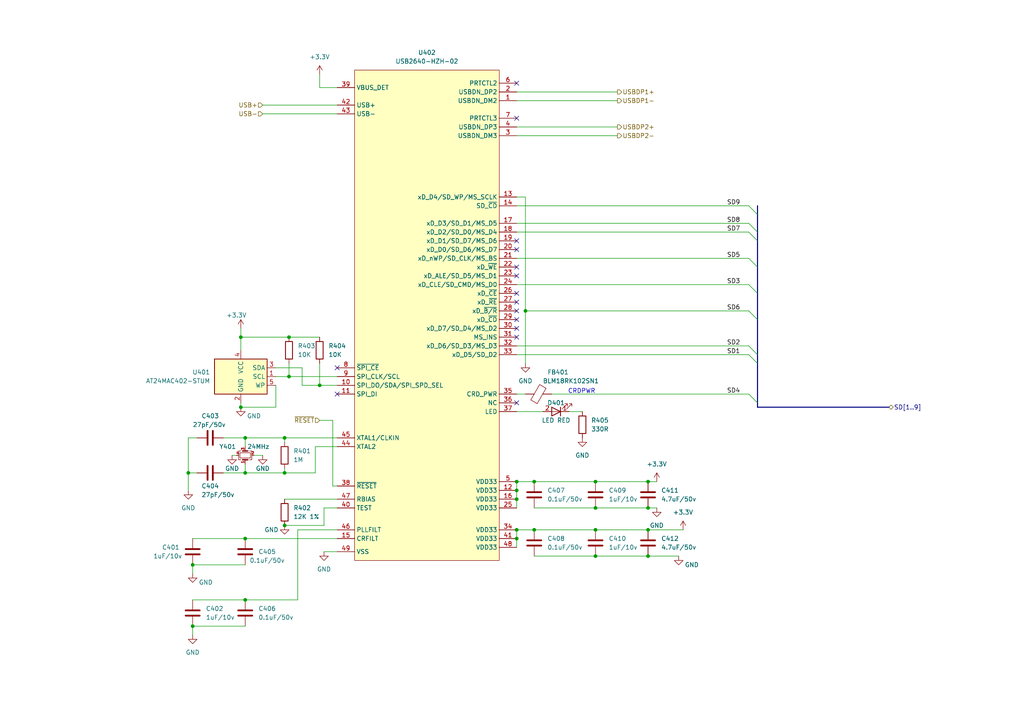
<source format=kicad_sch>
(kicad_sch (version 20230121) (generator eeschema)
  (paper "A4")
  (title_block (title "SDMUX-V4 SDCARD") (date "2023-04-26") (rev "Rev4") (company "HNZ") (comment 1 "Licensed under CC-BY-SA V4.0") (comment 2 "2023 (C) Hiroshi Nakajima <hnakamiru1103@gmail.com>"))
  (lib_symbols
    (symbol "+3.3V_1" (power) (pin_names (offset 0))
      (property "Value" "+3.3V_1" (at 0 3.556 0))
      (symbol "+3.3V_1_0_1"
        (polyline (pts (xy -0.762 1.27) (xy 0 2.54)))
        (polyline (pts (xy 0 0) (xy 0 2.54)))
        (polyline (pts (xy 0 2.54) (xy 0.762 1.27)))
      )
      (symbol "+3.3V_1_1_1"
        (pin power_in line (at 0 0 90) (length 0) hide (name "+3.3V") (number "1"))
      )
    )
    (symbol "+3.3V_2" (power) (pin_names (offset 0))
      (property "Value" "+3.3V_2" (at 0 3.556 0))
      (symbol "+3.3V_2_0_1"
        (polyline (pts (xy -0.762 1.27) (xy 0 2.54)))
        (polyline (pts (xy 0 0) (xy 0 2.54)))
        (polyline (pts (xy 0 2.54) (xy 0.762 1.27)))
      )
      (symbol "+3.3V_2_1_1"
        (pin power_in line (at 0 0 90) (length 0) hide (name "+3.3V") (number "1"))
      )
    )
    (symbol "+3.3V_3" (power) (pin_names (offset 0))
      (property "Value" "+3.3V_3" (at 0 3.556 0))
      (symbol "+3.3V_3_0_1"
        (polyline (pts (xy -0.762 1.27) (xy 0 2.54)))
        (polyline (pts (xy 0 0) (xy 0 2.54)))
        (polyline (pts (xy 0 2.54) (xy 0.762 1.27)))
      )
      (symbol "+3.3V_3_1_1"
        (pin power_in line (at 0 0 90) (length 0) hide (name "+3.3V") (number "1"))
      )
    )
    (symbol "Device:C" (pin_numbers hide) (pin_names (offset 0.254))
      (property "Reference" "C" (at 0.635 2.54 0))
      (property "Value" "C" (at 0.635 -2.54 0))
      (symbol "C_0_1"
        (polyline (pts (xy -2.032 -0.762) (xy 2.032 -0.762)) (stroke (width 0.508)))
        (polyline (pts (xy -2.032 0.762) (xy 2.032 0.762)) (stroke (width 0.508)))
      )
      (symbol "C_1_1"
        (pin passive line (at 0 3.81 270) (length 2.794) (name "~") (number "1"))
        (pin passive line (at 0 -3.81 90) (length 2.794) (name "~") (number "2"))
      )
    )
    (symbol "Device:FerriteBead" (pin_numbers hide) (pin_names (offset 0))
      (property "Reference" "FB" (at -3.81 0.635 90))
      (property "Value" "FerriteBead" (at 3.81 0 90))
      (symbol "FerriteBead_0_1"
        (polyline (pts (xy 0 -1.27) (xy 0 -1.2192)))
        (polyline (pts (xy 0 1.27) (xy 0 1.2954)))
        (polyline (pts (xy -2.7686 0.4064) (xy -1.7018 2.2606) (xy 2.7686 -0.3048) (xy 1.6764 -2.159) (xy -2.7686 0.4064)))
      )
      (symbol "FerriteBead_1_1"
        (pin passive line (at 0 3.81 270) (length 2.54) (name "~") (number "1"))
        (pin passive line (at 0 -3.81 90) (length 2.54) (name "~") (number "2"))
      )
    )
    (symbol "Device:LED" (pin_names (offset 1.016) hide)
      (property "Reference" "D" (at 0 2.54 0))
      (property "Value" "LED" (at 0 -2.54 0))
      (symbol "LED_0_1"
        (polyline (pts (xy -1.27 -1.27) (xy -1.27 1.27)) (stroke (width 0.254)))
        (polyline (pts (xy -1.27 0) (xy 1.27 0)))
        (polyline (pts (xy 1.27 -1.27) (xy 1.27 1.27) (xy -1.27 0) (xy 1.27 -1.27)) (stroke (width 0.254)))
        (polyline (pts (xy -3.048 -0.762) (xy -4.572 -2.286) (xy -3.81 -2.286) (xy -4.572 -2.286) (xy -4.572 -1.524)))
        (polyline (pts (xy -1.778 -0.762) (xy -3.302 -2.286) (xy -2.54 -2.286) (xy -3.302 -2.286) (xy -3.302 -1.524)))
      )
      (symbol "LED_1_1"
        (pin passive line (at -3.81 0 0) (length 2.54) (name "K") (number "1"))
        (pin passive line (at 3.81 0 180) (length 2.54) (name "A") (number "2"))
      )
    )
    (symbol "Device:R" (pin_numbers hide) (pin_names (offset 0))
      (property "Reference" "R" (at 2.032 0 90))
      (property "Value" "R" (at 0 0 90))
      (symbol "R_0_1"
        (rectangle (start -1.016 -2.54) (end 1.016 2.54) (stroke (width 0.254)))
      )
      (symbol "R_1_1"
        (pin passive line (at 0 3.81 270) (length 1.27) (name "~") (number "1"))
        (pin passive line (at 0 -3.81 90) (length 1.27) (name "~") (number "2"))
      )
    )
    (symbol "power:+3.3V" (power) (pin_numbers hide) (pin_names (offset 0) hide)
      (property "Value" "+3.3V" (at 0 3.556 0))
      (symbol "+3.3V_0_1"
        (polyline (pts (xy -0.762 1.27) (xy 0 2.54)))
        (polyline (pts (xy 0 0) (xy 0 2.54)))
        (polyline (pts (xy 0 2.54) (xy 0.762 1.27)))
      )
      (symbol "+3.3V_1_1"
        (pin power_in line (at 0 0 90) (length 0) hide (name "+3.3V") (number "1"))
      )
    )
    (symbol "power:GND" (power) (pin_numbers hide) (pin_names (offset 0) hide)
      (property "Value" "GND" (at 0 -3.81 0))
      (symbol "GND_0_1"
        (polyline (pts (xy 0 0) (xy 0 -1.27) (xy 1.27 -1.27) (xy 0 -2.54) (xy -1.27 -1.27) (xy 0 -1.27)))
      )
      (symbol "GND_1_1"
        (pin power_in line (at 0 0 270) (length 0) hide (name "GND") (number "1"))
      )
    )
    (symbol "tbctl:AT24MAC402-STUM"
      (property "Reference" "U" (at -7.62 6.35 0))
      (property "Value" "AT24MAC402-STUM" (at 2.54 -6.35 0))
      (symbol "AT24MAC402-STUM_1_1"
        (rectangle (start -7.62 5.08) (end 7.62 -5.08) (stroke (width 0.254)) (fill (type background)))
        (pin input line (at 10.16 0 180) (length 2.54) (name "SCL") (number "1"))
        (pin power_in line (at 0 -7.62 90) (length 2.54) (name "GND") (number "2"))
        (pin bidirectional line (at 10.16 2.54 180) (length 2.54) (name "SDA") (number "3"))
        (pin power_in line (at 0 7.62 270) (length 2.54) (name "VCC") (number "4"))
        (pin input line (at 10.16 -2.54 180) (length 2.54) (name "WP") (number "5"))
      )
    )
    (symbol "tbctl:Crystal SMD 24MHz 2.0x1.6" (pin_names (offset 1.016) hide)
      (property "Reference" "Y" (at 1.27 4.445 0))
      (property "Value" "Crystal SMD 24MHz 2.0x1.6" (at 1.27 2.54 0))
      (symbol "Crystal SMD 24MHz 2.0x1.6_0_1"
        (rectangle (start -0.762 -1.524) (end 0.762 1.524))
        (polyline (pts (xy -1.27 -0.762) (xy -1.27 0.762)) (stroke (width 0.381)))
        (polyline (pts (xy 1.27 -0.762) (xy 1.27 0.762)) (stroke (width 0.381)))
        (polyline (pts (xy -1.27 -1.27) (xy -1.27 -1.905) (xy 1.27 -1.905) (xy 1.27 -1.27)))
        (polyline (pts (xy -1.27 1.27) (xy -1.27 1.905) (xy 1.27 1.905) (xy 1.27 1.27)))
      )
      (symbol "Crystal SMD 24MHz 2.0x1.6_1_1"
        (pin passive line (at -2.54 0 0) (length 1.27) (name "1") (number "1"))
        (pin passive line (at 0 -2.54 90) (length 0.635) (name "2") (number "2"))
        (pin passive line (at 2.54 0 180) (length 1.27) (name "3") (number "3"))
        (pin passive line (at 0 2.54 270) (length 0.635) (name "4") (number "4"))
      )
    )
    (symbol "tbctl:USB2640-HZH-02"
      (property "Reference" "U" (at 0 -2.54 0))
      (property "Value" "USB2640-HZH-02" (at 0 -5.08 0))
      (symbol "USB2640-HZH-02_0_1"
        (rectangle (start -20.32 -6.35) (end 21.59 -148.59) (fill (type background)))
      )
      (symbol "USB2640-HZH-02_1_1"
        (pin passive line (at 26.67 -15.24 180) (length 5.08) (name "USBDN_DM2") (number "1"))
        (pin passive line (at -25.4 -97.79 0) (length 5.08) (name "SPI_DO/SDA/SPI_SPD_SEL") (number "10"))
        (pin passive line (at -25.4 -100.33 0) (length 5.08) (name "SPI_DI") (number "11"))
        (pin power_in line (at 26.67 -128.27 180) (length 5.08) (name "VDD33") (number "12"))
        (pin passive line (at 26.67 -43.18 180) (length 5.08) (name "xD_D4/SD_WP/MS_SCLK") (number "13"))
        (pin input line (at 26.67 -45.72 180) (length 5.08) (name "SD_~{CD}") (number "14"))
        (pin passive line (at -25.4 -142.24 0) (length 5.08) (name "CRFILT") (number "15"))
        (pin power_in line (at 26.67 -130.81 180) (length 5.08) (name "VDD33") (number "16"))
        (pin passive line (at 26.67 -50.8 180) (length 5.08) (name "xD_D3/SD_D1/MS_D5") (number "17"))
        (pin passive line (at 26.67 -53.34 180) (length 5.08) (name "xD_D2/SD_D0/MS_D4") (number "18"))
        (pin passive line (at 26.67 -55.88 180) (length 5.08) (name "xD_D1/SD_D7/MS_D6") (number "19"))
        (pin passive line (at 26.67 -12.7 180) (length 5.08) (name "USBDN_DP2") (number "2"))
        (pin passive line (at 26.67 -58.42 180) (length 5.08) (name "xD_D0/SD_D6/MS_D7") (number "20"))
        (pin passive line (at 26.67 -60.96 180) (length 5.08) (name "xD_nWP/SD_CLK/MS_BS") (number "21"))
        (pin passive line (at 26.67 -63.5 180) (length 5.08) (name "xD_~{WE}") (number "22"))
        (pin passive line (at 26.67 -66.04 180) (length 5.08) (name "xD_ALE/SD_D5/MS_D1") (number "23"))
        (pin passive line (at 26.67 -68.58 180) (length 5.08) (name "xD_CLE/SD_CMD/MS_D0") (number "24"))
        (pin power_in line (at 26.67 -133.35 180) (length 5.08) (name "VDD33") (number "25"))
        (pin passive line (at 26.67 -71.12 180) (length 5.08) (name "xD_~{CE}") (number "26"))
        (pin passive line (at 26.67 -73.66 180) (length 5.08) (name "xD_~{RE}") (number "27"))
        (pin passive line (at 26.67 -76.2 180) (length 5.08) (name "xD_~{B/R}") (number "28"))
        (pin input line (at 26.67 -78.74 180) (length 5.08) (name "xD_~{CD}") (number "29"))
        (pin passive line (at 26.67 -25.4 180) (length 5.08) (name "USBDN_DM3") (number "3"))
        (pin passive line (at 26.67 -81.28 180) (length 5.08) (name "xD_D7/SD_D4/MS_D2") (number "30"))
        (pin passive line (at 26.67 -83.82 180) (length 5.08) (name "MS_INS") (number "31"))
        (pin passive line (at 26.67 -86.36 180) (length 5.08) (name "xD_D6/SD_D3/MS_D3") (number "32"))
        (pin passive line (at 26.67 -88.9 180) (length 5.08) (name "xD_D5/SD_D2") (number "33"))
        (pin power_in line (at 26.67 -139.7 180) (length 5.08) (name "VDD33") (number "34"))
        (pin power_out line (at 26.67 -100.33 180) (length 5.08) (name "CRD_PWR") (number "35"))
        (pin passive line (at 26.67 -102.87 180) (length 5.08) (name "NC") (number "36"))
        (pin output line (at 26.67 -105.41 180) (length 5.08) (name "LED") (number "37"))
        (pin input line (at -25.4 -127 0) (length 5.08) (name "~{RESET}") (number "38"))
        (pin input line (at -25.4 -11.43 0) (length 5.08) (name "VBUS_DET") (number "39"))
        (pin passive line (at 26.67 -22.86 180) (length 5.08) (name "USBDN_DP3") (number "4"))
        (pin input line (at -25.4 -133.35 0) (length 5.08) (name "TEST") (number "40"))
        (pin power_in line (at 26.67 -142.24 180) (length 5.08) (name "VDD33") (number "41"))
        (pin passive line (at -25.4 -16.51 0) (length 5.08) (name "USB+") (number "42"))
        (pin passive line (at -25.4 -19.05 0) (length 5.08) (name "USB-") (number "43"))
        (pin output line (at -25.4 -115.57 0) (length 5.08) (name "XTAL2") (number "44"))
        (pin input line (at -25.4 -113.03 0) (length 5.08) (name "XTAL1/CLKIN") (number "45"))
        (pin passive line (at -25.4 -139.7 0) (length 5.08) (name "PLLFILT") (number "46"))
        (pin input line (at -25.4 -130.81 0) (length 5.08) (name "RBIAS") (number "47"))
        (pin power_in line (at 26.67 -144.78 180) (length 5.08) (name "VDD33") (number "48"))
        (pin power_in line (at -25.4 -146.05 0) (length 5.08) (name "VSS") (number "49"))
        (pin power_in line (at 26.67 -125.73 180) (length 5.08) (name "VDD33") (number "5"))
        (pin passive line (at 26.67 -10.16 180) (length 5.08) (name "PRTCTL2") (number "6"))
        (pin passive line (at 26.67 -20.32 180) (length 5.08) (name "PRTCTL3") (number "7"))
        (pin passive line (at -25.4 -92.71 0) (length 5.08) (name "~{SPI_CE}") (number "8"))
        (pin passive line (at -25.4 -95.25 0) (length 5.08) (name "SPI_CLK/SCL") (number "9"))
      )
    )
  )
  (junction (at 172.72 147.32))
  (junction (at 71.12 137.16))
  (junction (at 69.85 97.79))
  (junction (at 149.86 142.24))
  (junction (at 71.12 173.99))
  (junction (at 82.55 137.16))
  (junction (at 149.86 156.21))
  (junction (at 149.86 153.67))
  (junction (at 187.96 153.67))
  (junction (at 55.88 163.83))
  (junction (at 54.61 137.16))
  (junction (at 82.55 127))
  (junction (at 187.96 139.7))
  (junction (at 149.86 139.7))
  (junction (at 172.72 161.29))
  (junction (at 154.94 153.67))
  (junction (at 83.82 97.79))
  (junction (at 187.96 161.29))
  (junction (at 71.12 156.21))
  (junction (at 149.86 144.78))
  (junction (at 69.85 118.11))
  (junction (at 83.82 109.22))
  (junction (at 71.12 127))
  (junction (at 92.71 111.76))
  (junction (at 82.55 152.4))
  (junction (at 152.4 90.17))
  (junction (at 172.72 153.67))
  (junction (at 55.88 181.61))
  (junction (at 172.72 139.7))
  (junction (at 187.96 147.32))
  (junction (at 154.94 139.7))
  (no_connect (at 97.79 114.3))
  (no_connect (at 149.86 116.84))
  (no_connect (at 149.86 80.01))
  (no_connect (at 149.86 24.13))
  (no_connect (at 149.86 95.25))
  (no_connect (at 149.86 85.09))
  (no_connect (at 149.86 69.85))
  (no_connect (at 149.86 92.71))
  (no_connect (at 149.86 90.17))
  (no_connect (at 149.86 77.47))
  (no_connect (at 149.86 87.63))
  (no_connect (at 149.86 97.79))
  (no_connect (at 149.86 72.39))
  (no_connect (at 149.86 34.29))
  (no_connect (at 97.79 106.68))
  (bus_entry (at 217.17 67.31) (size 2.54 2.54))
  (bus_entry (at 217.17 100.33) (size 2.54 2.54))
  (bus_entry (at 217.17 114.3) (size 2.54 2.54))
  (bus_entry (at 217.17 59.69) (size 2.54 2.54))
  (bus_entry (at 217.17 74.93) (size 2.54 2.54))
  (bus_entry (at 217.17 90.17) (size 2.54 2.54))
  (bus_entry (at 217.17 64.77) (size 2.54 2.54))
  (bus_entry (at 217.17 102.87) (size 2.54 2.54))
  (bus_entry (at 217.17 82.55) (size 2.54 2.54))
  (wire (pts (xy 73.66 132.08) (xy 76.2 132.08)))
  (wire (pts (xy 149.86 153.67) (xy 149.86 156.21)))
  (wire (pts (xy 80.01 118.11) (xy 69.85 118.11)))
  (wire (pts (xy 71.12 137.16) (xy 82.55 137.16)))
  (wire (pts (xy 149.86 139.7) (xy 154.94 139.7)))
  (bus (pts (xy 219.71 92.71) (xy 219.71 102.87)))
  (wire (pts (xy 82.55 137.16) (xy 91.44 137.16)))
  (wire (pts (xy 92.71 121.92) (xy 96.52 121.92)))
  (wire (pts (xy 149.86 36.83) (xy 179.07 36.83)))
  (wire (pts (xy 172.72 147.32) (xy 187.96 147.32)))
  (wire (pts (xy 149.86 29.21) (xy 179.07 29.21)))
  (wire (pts (xy 154.94 161.29) (xy 172.72 161.29)))
  (wire (pts (xy 80.01 111.76) (xy 80.01 118.11)))
  (wire (pts (xy 149.86 153.67) (xy 154.94 153.67)))
  (wire (pts (xy 71.12 173.99) (xy 86.36 173.99)))
  (wire (pts (xy 187.96 139.7) (xy 190.5 139.7)))
  (bus (pts (xy 219.71 77.47) (xy 219.71 85.09)))
  (wire (pts (xy 83.82 105.41) (xy 83.82 109.22)))
  (wire (pts (xy 154.94 139.7) (xy 172.72 139.7)))
  (wire (pts (xy 55.88 156.21) (xy 71.12 156.21)))
  (wire (pts (xy 96.52 140.97) (xy 97.79 140.97)))
  (wire (pts (xy 97.79 147.32) (xy 93.98 147.32)))
  (wire (pts (xy 54.61 137.16) (xy 54.61 142.24)))
  (wire (pts (xy 69.85 116.84) (xy 69.85 118.11)))
  (wire (pts (xy 87.63 111.76) (xy 92.71 111.76)))
  (wire (pts (xy 160.02 114.3) (xy 217.17 114.3)))
  (wire (pts (xy 69.85 97.79) (xy 83.82 97.79)))
  (wire (pts (xy 71.12 134.62) (xy 71.12 137.16)))
  (wire (pts (xy 152.4 90.17) (xy 217.17 90.17)))
  (wire (pts (xy 149.86 144.78) (xy 149.86 147.32)))
  (wire (pts (xy 76.2 33.02) (xy 97.79 33.02)))
  (wire (pts (xy 69.85 101.6) (xy 69.85 97.79)))
  (wire (pts (xy 96.52 121.92) (xy 96.52 140.97)))
  (wire (pts (xy 154.94 153.67) (xy 172.72 153.67)))
  (wire (pts (xy 80.01 109.22) (xy 83.82 109.22)))
  (wire (pts (xy 92.71 111.76) (xy 97.79 111.76)))
  (wire (pts (xy 54.61 127) (xy 54.61 137.16)))
  (bus (pts (xy 219.71 102.87) (xy 219.71 105.41)))
  (wire (pts (xy 55.88 163.83) (xy 71.12 163.83)))
  (wire (pts (xy 82.55 128.27) (xy 82.55 127)))
  (wire (pts (xy 64.77 137.16) (xy 71.12 137.16)))
  (wire (pts (xy 71.12 156.21) (xy 97.79 156.21)))
  (wire (pts (xy 82.55 144.78) (xy 97.79 144.78)))
  (wire (pts (xy 57.15 127) (xy 54.61 127)))
  (wire (pts (xy 154.94 147.32) (xy 172.72 147.32)))
  (wire (pts (xy 55.88 181.61) (xy 71.12 181.61)))
  (wire (pts (xy 149.86 102.87) (xy 217.17 102.87)))
  (wire (pts (xy 82.55 135.89) (xy 82.55 137.16)))
  (bus (pts (xy 219.71 118.11) (xy 257.81 118.11)))
  (wire (pts (xy 149.86 114.3) (xy 152.4 114.3)))
  (wire (pts (xy 149.86 57.15) (xy 152.4 57.15)))
  (wire (pts (xy 64.77 127) (xy 71.12 127)))
  (wire (pts (xy 82.55 127) (xy 97.79 127)))
  (wire (pts (xy 80.01 106.68) (xy 87.63 106.68)))
  (wire (pts (xy 93.98 147.32) (xy 93.98 152.4)))
  (wire (pts (xy 149.86 59.69) (xy 217.17 59.69)))
  (wire (pts (xy 55.88 181.61) (xy 55.88 184.15)))
  (wire (pts (xy 149.86 74.93) (xy 217.17 74.93)))
  (wire (pts (xy 152.4 90.17) (xy 152.4 105.41)))
  (wire (pts (xy 149.86 39.37) (xy 179.07 39.37)))
  (wire (pts (xy 172.72 161.29) (xy 187.96 161.29)))
  (wire (pts (xy 93.98 160.02) (xy 97.79 160.02)))
  (wire (pts (xy 172.72 153.67) (xy 187.96 153.67)))
  (wire (pts (xy 149.86 100.33) (xy 217.17 100.33)))
  (wire (pts (xy 149.86 26.67) (xy 179.07 26.67)))
  (bus (pts (xy 219.71 116.84) (xy 219.71 118.11)))
  (wire (pts (xy 86.36 153.67) (xy 97.79 153.67)))
  (wire (pts (xy 187.96 147.32) (xy 190.5 147.32)))
  (bus (pts (xy 219.71 62.23) (xy 219.71 67.31)))
  (wire (pts (xy 149.86 142.24) (xy 149.86 144.78)))
  (wire (pts (xy 55.88 166.37) (xy 55.88 163.83)))
  (wire (pts (xy 165.1 119.38) (xy 168.91 119.38)))
  (bus (pts (xy 219.71 85.09) (xy 219.71 92.71)))
  (wire (pts (xy 76.2 30.48) (xy 97.79 30.48)))
  (wire (pts (xy 149.86 67.31) (xy 217.17 67.31)))
  (wire (pts (xy 83.82 109.22) (xy 97.79 109.22)))
  (bus (pts (xy 219.71 67.31) (xy 219.71 69.85)))
  (wire (pts (xy 172.72 139.7) (xy 187.96 139.7)))
  (wire (pts (xy 71.12 127) (xy 82.55 127)))
  (wire (pts (xy 71.12 127) (xy 71.12 129.54)))
  (wire (pts (xy 187.96 153.67) (xy 198.12 153.67)))
  (wire (pts (xy 149.86 156.21) (xy 149.86 158.75)))
  (wire (pts (xy 97.79 129.54) (xy 91.44 129.54)))
  (bus (pts (xy 219.71 105.41) (xy 219.71 116.84)))
  (wire (pts (xy 92.71 105.41) (xy 92.71 111.76)))
  (wire (pts (xy 187.96 161.29) (xy 196.85 161.29)))
  (wire (pts (xy 54.61 137.16) (xy 57.15 137.16)))
  (bus (pts (xy 219.71 59.69) (xy 219.71 62.23)))
  (bus (pts (xy 219.71 69.85) (xy 219.71 77.47)))
  (wire (pts (xy 55.88 173.99) (xy 71.12 173.99)))
  (wire (pts (xy 92.71 25.4) (xy 92.71 21.59)))
  (wire (pts (xy 149.86 64.77) (xy 217.17 64.77)))
  (wire (pts (xy 93.98 152.4) (xy 82.55 152.4)))
  (wire (pts (xy 87.63 106.68) (xy 87.63 111.76)))
  (wire (pts (xy 83.82 97.79) (xy 92.71 97.79)))
  (wire (pts (xy 149.86 119.38) (xy 157.48 119.38)))
  (wire (pts (xy 69.85 97.79) (xy 69.85 95.25)))
  (wire (pts (xy 152.4 57.15) (xy 152.4 90.17)))
  (wire (pts (xy 97.79 25.4) (xy 92.71 25.4)))
  (wire (pts (xy 149.86 82.55) (xy 217.17 82.55)))
  (wire (pts (xy 67.31 132.08) (xy 68.58 132.08)))
  (wire (pts (xy 91.44 129.54) (xy 91.44 137.16)))
  (wire (pts (xy 86.36 153.67) (xy 86.36 173.99)))
  (wire (pts (xy 149.86 139.7) (xy 149.86 142.24)))
  (text "CRDPWR" (at 172.72 114.3 0) (effects (font (size 1.27 1.27)) (justify right bottom)))
  (label "SD2" (at 210.82 100.33 0))
  (label "SD7" (at 210.82 67.31 0))
  (label "SD8" (at 210.82 64.77 0))
  (label "SD6" (at 210.82 90.17 0))
  (label "SD1" (at 210.82 102.87 0))
  (label "SD5" (at 210.82 74.93 0))
  (label "SD4" (at 210.82 114.3 0))
  (label "SD3" (at 210.82 82.55 0))
  (label "SD9" (at 210.82 59.69 0))
  (hierarchical_label "USBDP2+" (shape output) (at 179.07 36.83 0))
  (hierarchical_label "USB+" (shape input) (at 76.2 30.48 180))
  (hierarchical_label "USBDP1-" (shape output) (at 179.07 29.21 0))
  (hierarchical_label "USBDP2-" (shape output) (at 179.07 39.37 0))
  (hierarchical_label "USB-" (shape input) (at 76.2 33.02 180))
  (hierarchical_label "~{RESET}" (shape input) (at 92.71 121.92 180))
  (hierarchical_label "USBDP1+" (shape output) (at 179.07 26.67 0))
  (hierarchical_label "SD[1..9]" (shape bidirectional) (at 257.81 118.11 0))
  (symbol (lib_id "Device:C") (at 71.12 160.02 0) (unit 1)
    (property "Reference" "C405" (at 74.93 160.02 0) (effects (justify left)))
    (property "Value" "0.1uF/50v" (at 72.39 162.56 0) (effects (justify left)))
    (property "Footprint" "Capacitor_SMD:C_0603_1608Metric_Pad1.08x0.95mm_HandSolder" (effects hide))
  )
  (symbol (lib_name "+3.3V_3") (lib_id "power:+3.3V") (at 198.12 153.67 0) (unit 1)
    (property "Reference" "#PWR0416" (effects hide))
    (property "Value" "+3.3V" (at 198.12 148.59 0))
  )
  (symbol (lib_id "tbctl:Crystal SMD 24MHz 2.0x1.6") (at 71.12 132.08 90) (unit 1)
    (property "Reference" "Y401" (at 66.04 129.54 90))
    (property "Value" "24MHz" (at 74.93 129.54 90))
    (property "Footprint" "tbctl:Crystal_SMD_2016-4Pin_2.0x1.6mm" (effects hide))
  )
  (symbol (lib_id "Device:R") (at 92.71 101.6 0) (unit 1)
    (property "Reference" "R404" (at 95.25 100.3299 0) (effects (justify left)))
    (property "Value" "10K" (at 95.25 102.8699 0) (effects (justify left)))
    (property "Footprint" "tbctl:R_0805_2012Metric_Pad1.20x1.40mm_HandSolder" (effects hide))
  )
  (symbol (lib_id "Device:C") (at 187.96 143.51 0) (unit 1)
    (property "Reference" "C411" (at 191.77 142.2399 0) (effects (justify left)))
    (property "Value" "4.7uF/50v" (at 191.77 144.7799 0) (effects (justify left)))
    (property "Footprint" "tbctl:C_0805_2012Metric_Pad1.18x1.45mm_HandSolder" (effects hide))
  )
  (symbol (lib_id "Device:C") (at 55.88 177.8 0) (unit 1)
    (property "Reference" "C402" (at 59.69 176.5299 0) (effects (justify left)))
    (property "Value" "1uF/10v" (at 59.69 179.0699 0) (effects (justify left)))
    (property "Footprint" "tbctl:C_0805_2012Metric_Pad1.18x1.45mm_HandSolder" (effects hide))
  )
  (symbol (lib_id "power:GND") (at 152.4 105.41 0) (unit 1)
    (property "Reference" "#PWR0411" (effects hide))
    (property "Value" "GND" (at 152.4 110.49 0))
  )
  (symbol (lib_id "Device:C") (at 172.72 157.48 0) (unit 1)
    (property "Reference" "C410" (at 176.53 156.2099 0) (effects (justify left)))
    (property "Value" "1uF/10v" (at 176.53 158.7499 0) (effects (justify left)))
    (property "Footprint" "tbctl:C_0805_2012Metric_Pad1.18x1.45mm_HandSolder" (effects hide))
  )
  (symbol (lib_id "power:GND") (at 55.88 166.37 0) (unit 1)
    (property "Reference" "#PWR0402" (effects hide))
    (property "Value" "GND" (at 59.69 168.91 0))
  )
  (symbol (lib_id "power:GND") (at 168.91 127 0) (unit 1)
    (property "Reference" "#PWR0412" (effects hide))
    (property "Value" "GND" (at 168.91 132.08 0))
  )
  (symbol (lib_id "Device:C") (at 154.94 157.48 0) (unit 1)
    (property "Reference" "C408" (at 158.75 156.2099 0) (effects (justify left)))
    (property "Value" "0.1uF/50v" (at 158.75 158.7499 0) (effects (justify left)))
    (property "Footprint" "Capacitor_SMD:C_0603_1608Metric_Pad1.08x0.95mm_HandSolder" (effects hide))
  )
  (symbol (lib_id "Device:C") (at 60.96 127 90) (unit 1)
    (property "Reference" "C403" (at 58.42 120.65 90) (effects (justify right)))
    (property "Value" "27pF/50v" (at 55.88 123.19 90) (effects (justify right)))
    (property "Footprint" "Capacitor_SMD:C_0603_1608Metric" (effects hide))
  )
  (symbol (lib_id "power:GND") (at 69.85 118.11 0) (unit 1)
    (property "Reference" "#PWR0406" (effects hide))
    (property "Value" "GND" (at 73.66 120.65 0))
  )
  (symbol (lib_id "power:GND") (at 82.55 152.4 0) (unit 1)
    (property "Reference" "#PWR0408" (effects hide))
    (property "Value" "GND" (at 78.74 153.67 0))
  )
  (symbol (lib_name "+3.3V_2") (lib_id "power:+3.3V") (at 69.85 95.25 0) (unit 1)
    (property "Reference" "#PWR0405" (effects hide))
    (property "Value" "+3.3V" (at 68.58 91.44 0))
  )
  (symbol (lib_id "Device:C") (at 60.96 137.16 90) (unit 1)
    (property "Reference" "C404" (at 58.42 140.97 90) (effects (justify right)))
    (property "Value" "27pF/50v" (at 58.42 143.51 90) (effects (justify right)))
    (property "Footprint" "Capacitor_SMD:C_0603_1608Metric" (effects hide))
  )
  (symbol (lib_id "power:GND") (at 55.88 184.15 0) (unit 1)
    (property "Reference" "#PWR0403" (effects hide))
    (property "Value" "GND" (at 55.88 189.23 0))
  )
  (symbol (lib_id "Device:C") (at 71.12 177.8 0) (unit 1)
    (property "Reference" "C406" (at 74.93 176.5299 0) (effects (justify left)))
    (property "Value" "0.1uF/50v" (at 74.93 179.0699 0) (effects (justify left)))
    (property "Footprint" "Capacitor_SMD:C_0603_1608Metric_Pad1.08x0.95mm_HandSolder" (effects hide))
  )
  (symbol (lib_id "Device:R") (at 82.55 132.08 0) (unit 1)
    (property "Reference" "R401" (at 85.09 130.8099 0) (effects (justify left)))
    (property "Value" "1M" (at 85.09 133.3499 0) (effects (justify left)))
    (property "Footprint" "tbctl:R_0805_2012Metric_Pad1.20x1.40mm_HandSolder" (effects hide))
  )
  (symbol (lib_id "power:+3.3V") (at 92.71 21.59 0) (unit 1)
    (property "Reference" "#PWR0409" (effects hide))
    (property "Value" "+3.3V" (at 92.71 16.51 0))
  )
  (symbol (lib_id "tbctl:AT24MAC402-STUM") (at 69.85 109.22 0) (unit 1)
    (property "Reference" "U401" (at 60.96 107.9499 0) (effects (justify right)))
    (property "Value" "AT24MAC402-STUM" (at 60.96 110.4899 0) (effects (justify right)))
    (property "Footprint" "Package_TO_SOT_SMD:SOT-23-5_HandSoldering" (effects hide))
    (property "Datasheet" "https://ww1.microchip.com/downloads/en/DeviceDoc/Atmel-8807-SEEPROM-AT24MAC402-602-Datasheet.pdf" (effects hide))
  )
  (symbol (lib_id "Device:C") (at 187.96 157.48 0) (unit 1)
    (property "Reference" "C412" (at 191.77 156.2099 0) (effects (justify left)))
    (property "Value" "4.7uF/50v" (at 191.77 158.7499 0) (effects (justify left)))
    (property "Footprint" "tbctl:C_0805_2012Metric_Pad1.18x1.45mm_HandSolder" (effects hide))
  )
  (symbol (lib_name "+3.3V_1") (lib_id "power:+3.3V") (at 190.5 139.7 0) (unit 1)
    (property "Reference" "#PWR0413" (effects hide))
    (property "Value" "+3.3V" (at 190.5 134.62 0))
  )
  (symbol (lib_id "power:GND") (at 67.31 132.08 0) (unit 1)
    (property "Reference" "#PWR0404" (effects hide))
    (property "Value" "GND" (at 67.31 135.89 0))
  )
  (symbol (lib_id "Device:C") (at 154.94 143.51 0) (unit 1)
    (property "Reference" "C407" (at 158.75 142.2399 0) (effects (justify left)))
    (property "Value" "0.1uF/50v" (at 158.75 144.7799 0) (effects (justify left)))
    (property "Footprint" "Capacitor_SMD:C_0603_1608Metric_Pad1.08x0.95mm_HandSolder" (effects hide))
  )
  (symbol (lib_id "Device:LED") (at 161.29 119.38 180) (unit 1)
    (property "Reference" "D401" (at 161.29 116.84 0))
    (property "Value" "LED RED" (at 161.29 121.92 0))
    (property "Footprint" "tbctl:LED_0603_1608Metric_Pad1.05x0.95mm_HandSolder" (effects hide))
  )
  (symbol (lib_id "Device:C") (at 172.72 143.51 0) (unit 1)
    (property "Reference" "C409" (at 176.53 142.2399 0) (effects (justify left)))
    (property "Value" "1uF/10v" (at 176.53 144.7799 0) (effects (justify left)))
    (property "Footprint" "tbctl:C_0805_2012Metric_Pad1.18x1.45mm_HandSolder" (effects hide))
  )
  (symbol (lib_id "Device:C") (at 55.88 160.02 0) (unit 1)
    (property "Reference" "C401" (at 46.99 158.75 0) (effects (justify left)))
    (property "Value" "1uF/10v" (at 44.45 161.29 0) (effects (justify left)))
    (property "Footprint" "tbctl:C_0805_2012Metric_Pad1.18x1.45mm_HandSolder" (effects hide))
  )
  (symbol (lib_id "power:GND") (at 190.5 147.32 0) (unit 1)
    (property "Reference" "#PWR0414" (effects hide))
    (property "Value" "GND" (at 190.5 152.4 0))
  )
  (symbol (lib_id "Device:R") (at 168.91 123.19 0) (unit 1)
    (property "Reference" "R405" (at 171.45 121.9199 0) (effects (justify left)))
    (property "Value" "330R" (at 171.45 124.4599 0) (effects (justify left)))
    (property "Footprint" "tbctl:R_0805_2012Metric_Pad1.20x1.40mm_HandSolder" (effects hide))
  )
  (symbol (lib_id "Device:FerriteBead") (at 156.21 114.3 90) (unit 1)
    (property "Reference" "FB401" (at 158.75 107.95 90) (effects (justify right)))
    (property "Value" "BLM18RK102SN1" (at 157.4291 110.49 90) (effects (justify right)))
    (property "Footprint" "tbctl:L_0603_1608Metric_Pad1.05x0.95mm_HandSolder" (effects hide))
  )
  (symbol (lib_id "Device:R") (at 82.55 148.59 0) (unit 1)
    (property "Reference" "R402" (at 85.09 147.3199 0) (effects (justify left)))
    (property "Value" "12K 1%" (at 85.09 149.8599 0) (effects (justify left)))
    (property "Footprint" "tbctl:R_0805_2012Metric_Pad1.20x1.40mm_HandSolder" (effects hide))
  )
  (symbol (lib_id "power:GND") (at 76.2 132.08 0) (unit 1)
    (property "Reference" "#PWR0407" (effects hide))
    (property "Value" "GND" (at 76.2 135.89 0))
  )
  (symbol (lib_id "power:GND") (at 54.61 142.24 0) (unit 1)
    (property "Reference" "#PWR0401" (effects hide))
    (property "Value" "GND" (at 54.61 147.32 0))
  )
  (symbol (lib_id "power:GND") (at 93.98 160.02 0) (unit 1)
    (property "Reference" "#PWR0410" (effects hide))
    (property "Value" "GND" (at 93.98 165.1 0))
  )
  (symbol (lib_id "Device:R") (at 83.82 101.6 0) (unit 1)
    (property "Reference" "R403" (at 86.36 100.3299 0) (effects (justify left)))
    (property "Value" "10K" (at 86.36 102.8699 0) (effects (justify left)))
    (property "Footprint" "tbctl:R_0805_2012Metric_Pad1.20x1.40mm_HandSolder" (effects hide))
  )
  (symbol (lib_id "power:GND") (at 196.85 161.29 0) (unit 1)
    (property "Reference" "#PWR0415" (effects hide))
    (property "Value" "GND" (at 200.66 163.83 0))
  )
  (symbol (lib_id "tbctl:USB2640-HZH-02") (at 123.19 13.97 0) (unit 1)
    (property "Reference" "U402" (at 123.825 15.24 0))
    (property "Value" "USB2640-HZH-02" (at 123.825 17.78 0))
    (property "Footprint" "tbctl:QFN-48-1EP_7x7mm_P0.5mm_EP5.15x5.15mm" (effects hide))
  )
)
</source>
